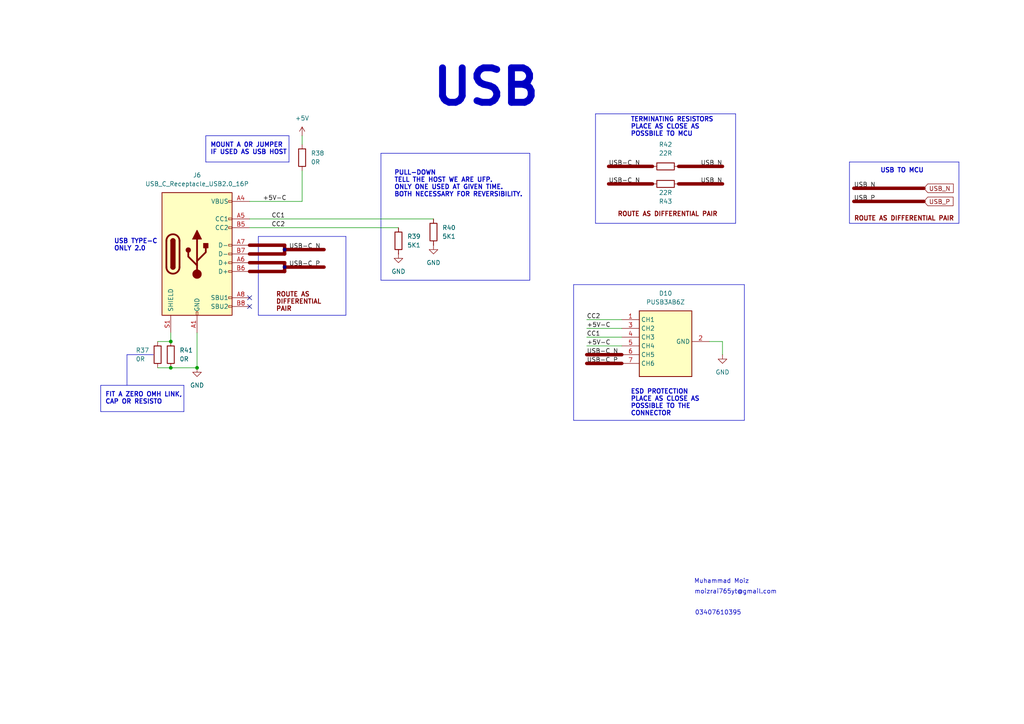
<source format=kicad_sch>
(kicad_sch (version 20231120) (generator "eeschema") (generator_version "8.0")
  (paper "A4")
  (title_block (title "USB") (date "2025-02-03") (rev "rev01_1"))
  (lib_symbols
    (symbol "Connector:USB_C_Receptacle_USB2.0_16P" (pin_names (offset 1.016))
      (property "Reference" "J" (at 0 22.225 0))
      (property "Value" "USB_C_Receptacle_USB2.0_16P" (at 0 19.685 0))
      (symbol "USB_C_Receptacle_USB2.0_16P_0_0"
        (rectangle (start -0.254 -17.78) (end 0.254 -16.764))
        (rectangle (start 10.16 -14.986) (end 9.144 -15.494))
        (rectangle (start 10.16 -12.446) (end 9.144 -12.954))
        (rectangle (start 10.16 -4.826) (end 9.144 -5.334))
        (rectangle (start 10.16 -2.286) (end 9.144 -2.794))
        (rectangle (start 10.16 0.254) (end 9.144 -0.254))
        (rectangle (start 10.16 2.794) (end 9.144 2.286))
        (rectangle (start 10.16 7.874) (end 9.144 7.366))
        (rectangle (start 10.16 10.414) (end 9.144 9.906))
        (rectangle (start 10.16 15.494) (end 9.144 14.986))
      )
      (symbol "USB_C_Receptacle_USB2.0_16P_0_1"
        (rectangle (start -10.16 17.78) (end 10.16 -17.78) (stroke (width 0.254)) (fill (type background)))
        (arc (start -8.89 -3.81) (mid -6.985 -5.7067) (end -5.08 -3.81) (stroke (width 0.508)))
        (arc (start -7.62 -3.81) (mid -6.985 -4.4423) (end -6.35 -3.81) (stroke (width 0.254)))
        (arc (start -7.62 -3.81) (mid -6.985 -4.4423) (end -6.35 -3.81) (stroke (width 0.254)) (fill (type outline)))
        (rectangle (start -7.62 -3.81) (end -6.35 3.81) (stroke (width 0.254)) (fill (type outline)))
        (arc (start -6.35 3.81) (mid -6.985 4.4423) (end -7.62 3.81) (stroke (width 0.254)))
        (arc (start -6.35 3.81) (mid -6.985 4.4423) (end -7.62 3.81) (stroke (width 0.254)) (fill (type outline)))
        (arc (start -5.08 3.81) (mid -6.985 5.7067) (end -8.89 3.81) (stroke (width 0.508)))
        (circle (center -2.54 1.143) (radius 0.635) (stroke (width 0.254)) (fill (type outline)))
        (circle (center 0 -5.842) (radius 1.27) (fill (type outline)))
        (polyline (pts (xy -8.89 -3.81) (xy -8.89 3.81)) (stroke (width 0.508)))
        (polyline (pts (xy -5.08 3.81) (xy -5.08 -3.81)) (stroke (width 0.508)))
        (polyline (pts (xy 0 -5.842) (xy 0 4.318)) (stroke (width 0.508)))
        (polyline (pts (xy 0 -3.302) (xy -2.54 -0.762) (xy -2.54 0.508)) (stroke (width 0.508)))
        (polyline (pts (xy 0 -2.032) (xy 2.54 0.508) (xy 2.54 1.778)) (stroke (width 0.508)))
        (polyline (pts (xy -1.27 4.318) (xy 0 6.858) (xy 1.27 4.318) (xy -1.27 4.318)) (stroke (width 0.254)) (fill (type outline)))
        (rectangle (start 1.905 1.778) (end 3.175 3.048) (stroke (width 0.254)) (fill (type outline)))
      )
      (symbol "USB_C_Receptacle_USB2.0_16P_1_1"
        (pin passive line (at 0 -22.86 90) (length 5.08) (name "GND") (number "A1"))
        (pin passive line (at 0 -22.86 90) (length 5.08) hide (name "GND") (number "A12"))
        (pin passive line (at 15.24 15.24 180) (length 5.08) (name "VBUS") (number "A4"))
        (pin bidirectional line (at 15.24 10.16 180) (length 5.08) (name "CC1") (number "A5"))
        (pin bidirectional line (at 15.24 -2.54 180) (length 5.08) (name "D+") (number "A6"))
        (pin bidirectional line (at 15.24 2.54 180) (length 5.08) (name "D-") (number "A7"))
        (pin bidirectional line (at 15.24 -12.7 180) (length 5.08) (name "SBU1") (number "A8"))
        (pin passive line (at 15.24 15.24 180) (length 5.08) hide (name "VBUS") (number "A9"))
        (pin passive line (at 0 -22.86 90) (length 5.08) hide (name "GND") (number "B1"))
        (pin passive line (at 0 -22.86 90) (length 5.08) hide (name "GND") (number "B12"))
        (pin passive line (at 15.24 15.24 180) (length 5.08) hide (name "VBUS") (number "B4"))
        (pin bidirectional line (at 15.24 7.62 180) (length 5.08) (name "CC2") (number "B5"))
        (pin bidirectional line (at 15.24 -5.08 180) (length 5.08) (name "D+") (number "B6"))
        (pin bidirectional line (at 15.24 0 180) (length 5.08) (name "D-") (number "B7"))
        (pin bidirectional line (at 15.24 -15.24 180) (length 5.08) (name "SBU2") (number "B8"))
        (pin passive line (at 15.24 15.24 180) (length 5.08) hide (name "VBUS") (number "B9"))
        (pin passive line (at -7.62 -22.86 90) (length 5.08) (name "SHIELD") (number "S1"))
      )
    )
    (symbol "Device:R" (pin_numbers hide) (pin_names (offset 0))
      (property "Reference" "R" (at 2.032 0 90))
      (property "Value" "R" (at 0 0 90))
      (symbol "R_0_1"
        (rectangle (start -1.016 -2.54) (end 1.016 2.54) (stroke (width 0.254)))
      )
      (symbol "R_1_1"
        (pin passive line (at 0 3.81 270) (length 1.27) (name "~") (number "1"))
        (pin passive line (at 0 -3.81 90) (length 1.27) (name "~") (number "2"))
      )
    )
    (symbol "PUSB3AB6Z:PUSB3AB6Z"
      (property "Reference" "D" (at 21.59 7.62 0))
      (property "Value" "PUSB3AB6Z" (at 21.59 5.08 0))
      (symbol "PUSB3AB6Z_1_1"
        (rectangle (start 5.08 2.54) (end 20.32 -16.51) (stroke (width 0.254)) (fill (type background)))
        (pin passive line (at 0 0 0) (length 5.08) (name "CH1") (number "1"))
        (pin passive line (at 25.4 -6.35 180) (length 5.08) (name "GND") (number "2"))
        (pin passive line (at 0 -2.54 0) (length 5.08) (name "CH2") (number "3"))
        (pin passive line (at 0 -5.08 0) (length 5.08) (name "CH3") (number "4"))
        (pin passive line (at 0 -7.62 0) (length 5.08) (name "CH4") (number "5"))
        (pin passive line (at 0 -10.16 0) (length 5.08) (name "CH5") (number "6"))
        (pin passive line (at 0 -12.7 0) (length 5.08) (name "CH6") (number "7"))
      )
    )
    (symbol "power:+5V" (power) (pin_numbers hide) (pin_names (offset 0) hide)
      (property "Value" "+5V" (at 0 3.556 0))
      (symbol "+5V_0_1"
        (polyline (pts (xy -0.762 1.27) (xy 0 2.54)))
        (polyline (pts (xy 0 0) (xy 0 2.54)))
        (polyline (pts (xy 0 2.54) (xy 0.762 1.27)))
      )
      (symbol "+5V_1_1"
        (pin power_in line (at 0 0 90) (length 0) (name "~") (number "1"))
      )
    )
    (symbol "power:GND" (power) (pin_numbers hide) (pin_names (offset 0) hide)
      (property "Value" "GND" (at 0 -3.81 0))
      (symbol "GND_0_1"
        (polyline (pts (xy 0 0) (xy 0 -1.27) (xy 1.27 -1.27) (xy 0 -2.54) (xy -1.27 -1.27) (xy 0 -1.27)))
      )
      (symbol "GND_1_1"
        (pin power_in line (at 0 0 270) (length 0) (name "~") (number "1"))
      )
    )
  )
  (junction (at 57.15 106.68))
  (junction (at 49.53 99.06))
  (junction (at 82.55 77.47))
  (junction (at 49.53 106.68))
  (junction (at 82.55 72.39))
  (no_connect (at 72.39 86.36))
  (no_connect (at 72.39 88.9))
  (polyline (pts (xy 166.37 121.92) (xy 215.9 121.92)))
  (polyline (pts (xy 74.93 68.58) (xy 100.33 68.58)))
  (polyline (pts (xy 110.49 44.45) (xy 153.67 44.45)))
  (bus (pts (xy 247.65 54.61) (xy 267.97 54.61)) (stroke (width 1) (color 132 0 0 1)))
  (polyline (pts (xy 110.49 81.28) (xy 153.67 81.28)))
  (wire (pts (xy 57.15 96.52) (xy 57.15 106.68)))
  (bus (pts (xy 176.53 53.34) (xy 189.23 53.34)) (stroke (width 1) (color 132 0 0 1)))
  (wire (pts (xy 170.18 100.33) (xy 180.34 100.33)))
  (wire (pts (xy 49.53 96.52) (xy 49.53 99.06)))
  (polyline (pts (xy 172.72 33.02) (xy 172.72 64.77)))
  (bus (pts (xy 82.55 72.39) (xy 82.55 73.66)) (stroke (width 1) (color 132 0 0 1)))
  (polyline (pts (xy 110.49 44.45) (xy 110.49 81.28)))
  (wire (pts (xy 45.72 106.68) (xy 49.53 106.68)))
  (bus (pts (xy 176.53 48.26) (xy 189.23 48.26)) (stroke (width 1) (color 132 0 0 1)))
  (wire (pts (xy 170.18 92.71) (xy 180.34 92.71)))
  (polyline (pts (xy 83.82 46.99) (xy 83.82 39.37)))
  (wire (pts (xy 87.63 39.37) (xy 87.63 41.91)))
  (polyline (pts (xy 36.83 102.87) (xy 44.45 102.87)))
  (polyline (pts (xy 213.36 64.77) (xy 213.36 33.02)))
  (bus (pts (xy 170.18 102.87) (xy 180.34 102.87)) (stroke (width 1) (color 132 0 0 1)))
  (polyline (pts (xy 246.38 46.99) (xy 278.13 46.99)))
  (wire (pts (xy 45.72 99.06) (xy 49.53 99.06)))
  (polyline (pts (xy 53.34 119.38) (xy 53.34 111.76)))
  (polyline (pts (xy 74.93 68.58) (xy 74.93 91.44)))
  (polyline (pts (xy 59.69 39.37) (xy 83.82 39.37)))
  (bus (pts (xy 247.65 58.42) (xy 267.97 58.42)) (stroke (width 1) (color 132 0 0 1)))
  (polyline (pts (xy 215.9 121.92) (xy 215.9 82.55)))
  (bus (pts (xy 82.55 77.47) (xy 82.55 78.74)) (stroke (width 1) (color 132 0 0 1)))
  (bus (pts (xy 82.55 71.12) (xy 82.55 72.39)) (stroke (width 1) (color 132 0 0 1)))
  (polyline (pts (xy 74.93 91.44) (xy 100.33 91.44)))
  (polyline (pts (xy 278.13 64.77) (xy 278.13 46.99)))
  (polyline (pts (xy 172.72 33.02) (xy 213.36 33.02)))
  (bus (pts (xy 72.39 73.66) (xy 82.55 73.66)) (stroke (width 1) (color 132 0 0 1)))
  (polyline (pts (xy 246.38 46.99) (xy 246.38 64.77)))
  (bus (pts (xy 72.39 76.2) (xy 82.55 76.2)) (stroke (width 1) (color 132 0 0 1)))
  (bus (pts (xy 82.55 77.47) (xy 93.98 77.47)) (stroke (width 1) (color 132 0 0 1)))
  (polyline (pts (xy 36.83 111.76) (xy 36.83 102.87)))
  (polyline (pts (xy 100.33 91.44) (xy 100.33 68.58)))
  (wire (pts (xy 170.18 95.25) (xy 180.34 95.25)))
  (bus (pts (xy 196.85 48.26) (xy 209.55 48.26)) (stroke (width 1) (color 132 0 0 1)))
  (wire (pts (xy 209.55 99.06) (xy 205.74 99.06)))
  (wire (pts (xy 87.63 49.53) (xy 87.63 58.42)))
  (wire (pts (xy 170.18 97.79) (xy 180.34 97.79)))
  (bus (pts (xy 196.85 53.34) (xy 209.55 53.34)) (stroke (width 1) (color 132 0 0 1)))
  (wire (pts (xy 209.55 102.87) (xy 209.55 99.06)))
  (polyline (pts (xy 172.72 64.77) (xy 213.36 64.77)))
  (bus (pts (xy 82.55 72.39) (xy 93.98 72.39)) (stroke (width 1) (color 132 0 0 1)))
  (polyline (pts (xy 59.69 39.37) (xy 59.69 46.99)))
  (bus (pts (xy 170.18 105.41) (xy 180.34 105.41)) (stroke (width 1) (color 132 0 0 1)))
  (wire (pts (xy 125.73 63.5) (xy 72.39 63.5)))
  (polyline (pts (xy 59.69 46.99) (xy 83.82 46.99)))
  (wire (pts (xy 87.63 58.42) (xy 72.39 58.42)))
  (polyline (pts (xy 29.21 119.38) (xy 53.34 119.38)))
  (polyline (pts (xy 166.37 82.55) (xy 166.37 121.92)))
  (wire (pts (xy 72.39 66.04) (xy 115.57 66.04)))
  (bus (pts (xy 72.39 71.12) (xy 82.55 71.12)) (stroke (width 1) (color 132 0 0 1)))
  (bus (pts (xy 72.39 78.74) (xy 82.55 78.74)) (stroke (width 1) (color 132 0 0 1)))
  (polyline (pts (xy 166.37 82.55) (xy 215.9 82.55)))
  (polyline (pts (xy 153.67 81.28) (xy 153.67 44.45)))
  (bus (pts (xy 82.55 76.2) (xy 82.55 77.47)) (stroke (width 1) (color 132 0 0 1)))
  (polyline (pts (xy 29.21 111.76) (xy 53.34 111.76)))
  (polyline (pts (xy 29.21 111.76) (xy 29.21 119.38)))
  (wire (pts (xy 57.15 106.68) (xy 49.53 106.68)))
  (polyline (pts (xy 246.38 64.77) (xy 278.13 64.77)))
  (text "ROUTE AS\nDIFFERENTIAL\nPAIR" (at 80.01 87.63 0) (effects (font (size 1.3 1.3) (thickness 0.26) (bold yes)) (justify left)))
  (text "moizrai765yt@gmail.com\n" (at 213.36 171.704 0) (effects (font (size 1.27 1.27))))
  (text "ROUTE AS DIFFERENTIAL PAIR" (at 179.07 62.23 0) (effects (font (size 1.3 1.3) (thickness 0.26) (bold yes)) (justify left)))
  (text "Muhammad Moiz\n" (at 209.296 168.656 0) (effects (font (size 1.27 1.27))))
  (text "FIT A ZERO OMH LINK,\nCAP OR RESISTO" (at 30.48 115.57 0) (effects (font (size 1.3 1.3) (thickness 0.26) (bold yes)) (justify left)))
  (text "ESD PROTECTION\nPLACE AS CLOSE AS\nPOSSIBLE TO THE\nCONNECTOR" (at 182.88 116.84 0) (effects (font (size 1.3 1.3) (thickness 0.26) (bold yes)) (justify left)))
  (text "MOUNT A 0R JUMPER\nIF USED AS USB HOST" (at 60.96 43.18 0) (effects (font (size 1.3 1.3) (thickness 0.26) (bold yes)) (justify left)))
  (text "ROUTE AS DIFFERENTIAL PAIR" (at 247.65 63.5 0) (effects (font (size 1.3 1.3) (thickness 0.26) (bold yes)) (justify left)))
  (text "USB TO MCU" (at 255.27 49.53 0) (effects (font (size 1.3 1.3) (thickness 0.26) (bold yes)) (justify left)))
  (text "USB TYPE-C\nONLY 2.0" (at 33.02 71.12 0) (effects (font (size 1.3 1.3) (thickness 0.26) (bold yes)) (justify left)))
  (text "USB" (at 140.97 25.4 0) (effects (font (size 10 10) (thickness 2) (bold yes))))
  (text "TERMINATING RESISTORS\nPLACE AS CLOSE AS\nPOSSBILE TO MCU" (at 182.88 36.83 0) (effects (font (size 1.3 1.3) (thickness 0.26) (bold yes)) (justify left)))
  (text "03407610395\n" (at 208.28 177.8 0) (effects (font (size 1.27 1.27))))
  (text "PULL-DOWN\nTELL THE HOST WE ARE UFP.\nONLY ONE USED AT GIVEN TIME.\nBOTH NECESSARY FOR REVERSIBILITY." (at 114.3 53.34 0) (effects (font (size 1.3 1.3) (thickness 0.26) (bold yes)) (justify left)))
  (label "USB_P" (at 247.65 58.42 0))
  (label "+5V-C" (at 76.2 58.42 0))
  (label "USB_N" (at 203.2 53.34 0))
  (label "+5V-C" (at 170.18 95.25 0))
  (label "CC1" (at 78.74 63.5 0))
  (label "USB_N" (at 203.2 48.26 0))
  (label "USB-C_P" (at 83.82 77.47 0))
  (label "CC2" (at 78.74 66.04 0))
  (label "USB-C_N" (at 170.18 102.87 0))
  (label "USB-C_P" (at 170.18 105.41 0))
  (label "USB_N" (at 247.65 54.61 0))
  (label "CC2" (at 170.18 92.71 0))
  (label "CC1" (at 170.18 97.79 0))
  (label "+5V-C" (at 170.18 100.33 0))
  (label "USB-C_N" (at 83.82 72.39 0))
  (label "USB-C_N" (at 176.53 48.26 0))
  (label "USB-C_N" (at 176.53 53.34 0))
  (global_label "USB_N" (shape input) (at 267.97 54.61 0) (property "Intersheetrefs" "${INTERSHEET_REFS}" (effects (hide yes))))
  (global_label "USB_P" (shape input) (at 267.97 58.42 0) (property "Intersheetrefs" "${INTERSHEET_REFS}" (effects (hide yes))))
  (symbol (lib_id "Connector:USB_C_Receptacle_USB2.0_16P") (at 57.15 73.66 0) (unit 1)
    (property "Reference" "J6" (at 57.15 50.8 0))
    (property "Value" "USB_C_Receptacle_USB2.0_16P" (at 57.15 53.34 0))
    (property "Datasheet" "https://www.usb.org/sites/default/files/documents/usb_type-c.zip" (effects (hide yes)))
    (property "Description" "USB 2.0-only 16P Type-C Receptacle connector" (effects (hide yes)))
  )
  (symbol (lib_id "power:GND") (at 209.55 102.87 0) (unit 1)
    (property "Reference" "#PWR083" (effects (hide yes)))
    (property "Value" "GND" (at 209.55 107.95 0))
    (property "Description" "Power symbol creates a global label with name \"GND\" , ground" (effects (hide yes)))
  )
  (symbol (lib_id "Device:R") (at 193.04 48.26 90) (unit 1)
    (property "Reference" "R42" (at 193.04 41.91 90))
    (property "Value" "22R" (at 193.04 44.45 90))
    (property "Description" "Resistor" (effects (hide yes)))
  )
  (symbol (lib_id "Device:R") (at 49.53 102.87 0) (unit 1)
    (property "Reference" "R41" (at 52.07 101.5999 0) (effects (justify left)))
    (property "Value" "0R" (at 52.07 104.1399 0) (effects (justify left)))
    (property "Description" "Resistor" (effects (hide yes)))
  )
  (symbol (lib_id "Device:R") (at 45.72 102.87 0) (unit 1)
    (property "Reference" "R37" (at 39.37 101.6 0) (effects (justify left)))
    (property "Value" "0R" (at 39.37 104.14 0) (effects (justify left)))
    (property "Description" "Resistor" (effects (hide yes)))
  )
  (symbol (lib_id "Device:R") (at 193.04 53.34 90) (unit 1)
    (property "Reference" "R43" (at 193.04 58.42 90))
    (property "Value" "22R" (at 193.04 55.88 90))
    (property "Description" "Resistor" (effects (hide yes)))
  )
  (symbol (lib_id "Device:R") (at 125.73 67.31 0) (unit 1)
    (property "Reference" "R40" (at 128.27 66.0399 0) (effects (justify left)))
    (property "Value" "5K1" (at 128.27 68.5799 0) (effects (justify left)))
    (property "Description" "Resistor" (effects (hide yes)))
  )
  (symbol (lib_id "Device:R") (at 115.57 69.85 0) (unit 1)
    (property "Reference" "R39" (at 118.11 68.5799 0) (effects (justify left)))
    (property "Value" "5K1" (at 118.11 71.1199 0) (effects (justify left)))
    (property "Description" "Resistor" (effects (hide yes)))
  )
  (symbol (lib_id "power:+5V") (at 87.63 39.37 0) (unit 1)
    (property "Reference" "#PWR079" (effects (hide yes)))
    (property "Value" "+5V" (at 87.63 34.29 0))
    (property "Description" "Power symbol creates a global label with name \"+5V\"" (effects (hide yes)))
  )
  (symbol (lib_id "power:GND") (at 57.15 106.68 0) (unit 1)
    (property "Reference" "#PWR080" (effects (hide yes)))
    (property "Value" "GND" (at 57.15 111.76 0))
    (property "Description" "Power symbol creates a global label with name \"GND\" , ground" (effects (hide yes)))
  )
  (symbol (lib_id "power:GND") (at 125.73 71.12 0) (unit 1)
    (property "Reference" "#PWR082" (effects (hide yes)))
    (property "Value" "GND" (at 125.73 76.2 0))
    (property "Description" "Power symbol creates a global label with name \"GND\" , ground" (effects (hide yes)))
  )
  (symbol (lib_id "PUSB3AB6Z:PUSB3AB6Z") (at 180.34 92.71 0) (unit 1)
    (property "Reference" "D10" (at 193.04 85.09 0))
    (property "Value" "PUSB3AB6Z" (at 193.04 87.63 0))
    (property "Footprint" "PUSB3AB6Z" (effects (hide yes)))
    (property "Datasheet" "https://assets.nexperia.com/documents/data-sheet/PUSB3AB6.pdf" (effects (hide yes)))
    (property "Description" "Nexperia PUSB3AB6Z, Hex-Element ESD Protection Diode, 7-Pin DFN2111" (effects (hide yes)))
    (property "Height" "0.5" (effects (hide yes)))
    (property "Manufacturer_Name" "Nexperia" (effects (hide yes)))
    (property "Manufacturer_Part_Number" "PUSB3AB6Z" (effects (hide yes)))
    (property "Mouser Part Number" "771-PUSB3AB6Z" (effects (hide yes)))
    (property "Mouser Price/Stock" "https://www.mouser.co.uk/ProductDetail/Nexperia/PUSB3AB6Z?qs=K2OaAKmNuLgoMk8bcuWLKw%3D%3D" (effects (hide yes)))
    (property "Arrow Part Number" "PUSB3AB6Z" (effects (hide yes)))
    (property "Arrow Price/Stock" "https://www.arrow.com/en/products/pusb3ab6z/nexperia?region=nac" (effects (hide yes)))
  )
  (symbol (lib_id "power:GND") (at 115.57 73.66 0) (unit 1)
    (property "Reference" "#PWR081" (effects (hide yes)))
    (property "Value" "GND" (at 115.57 78.74 0))
    (property "Description" "Power symbol creates a global label with name \"GND\" , ground" (effects (hide yes)))
  )
  (symbol (lib_id "Device:R") (at 87.63 45.72 0) (unit 1)
    (property "Reference" "R38" (at 90.17 44.4499 0) (effects (justify left)))
    (property "Value" "0R" (at 90.17 46.9899 0) (effects (justify left)))
    (property "Description" "Resistor" (effects (hide yes)))
  )
)
</source>
